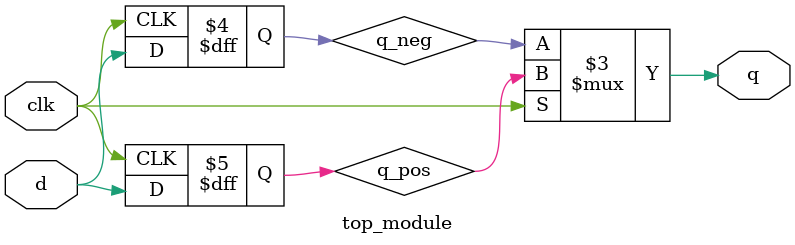
<source format=v>
module top_module (
    input clk,
    input d,
    output q
);
    wire q_pos, q_neg;
    always @ (posedge clk) begin
        q_pos <= d;
    end
    always @ (negedge clk) begin
        q_neg <= d;
    end
    assign q = clk ? q_pos : q_neg;
endmodule

</source>
